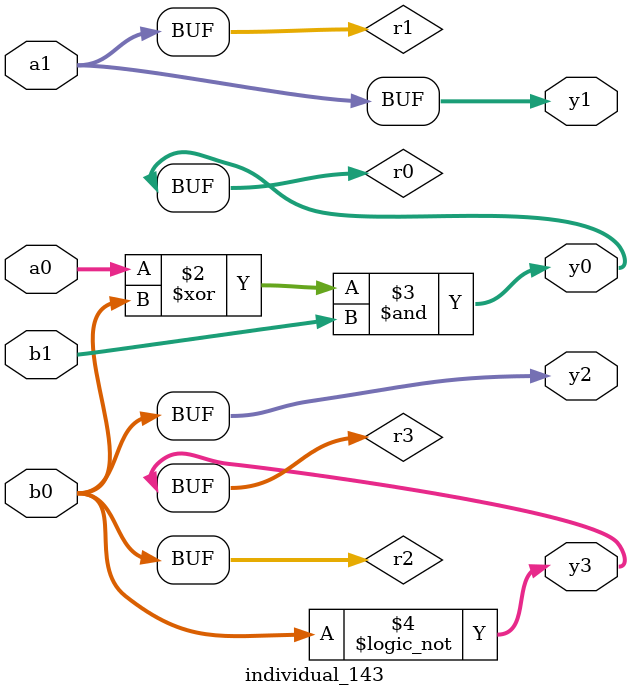
<source format=sv>
module individual_143(input logic [15:0] a1, input logic [15:0] a0, input logic [15:0] b1, input logic [15:0] b0, output logic [15:0] y3, output logic [15:0] y2, output logic [15:0] y1, output logic [15:0] y0);
logic [15:0] r0, r1, r2, r3; 
 always@(*) begin 
	 r0 = a0; r1 = a1; r2 = b0; r3 = b1; 
 	 r0  ^=  b0 ;
 	 r0  &=  r3 ;
 	 r3 = ! b0 ;
 	 y3 = r3; y2 = r2; y1 = r1; y0 = r0; 
end
endmodule
</source>
